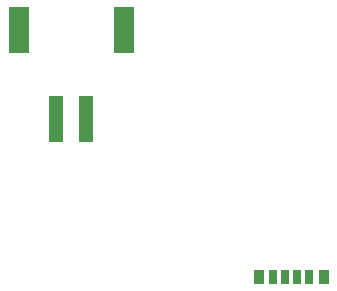
<source format=gbr>
%TF.GenerationSoftware,KiCad,Pcbnew,8.0.2*%
%TF.CreationDate,2024-05-05T16:16:47+08:00*%
%TF.ProjectId,controller,636f6e74-726f-46c6-9c65-722e6b696361,rev?*%
%TF.SameCoordinates,Original*%
%TF.FileFunction,Paste,Bot*%
%TF.FilePolarity,Positive*%
%FSLAX46Y46*%
G04 Gerber Fmt 4.6, Leading zero omitted, Abs format (unit mm)*
G04 Created by KiCad (PCBNEW 8.0.2) date 2024-05-05 16:16:47*
%MOMM*%
%LPD*%
G01*
G04 APERTURE LIST*
%ADD10R,0.900000X1.200000*%
%ADD11R,0.800000X1.200000*%
%ADD12R,0.700000X1.200000*%
%ADD13R,1.800000X3.900000*%
%ADD14R,1.200000X4.000000*%
G04 APERTURE END LIST*
D10*
%TO.C,J1*%
X125750000Y-101120000D03*
D11*
X124520000Y-101120000D03*
D12*
X122500000Y-101120000D03*
D10*
X120250000Y-101120000D03*
D11*
X121480000Y-101120000D03*
D12*
X123500000Y-101120000D03*
%TD*%
D13*
%TO.C,J2*%
X99930000Y-80225000D03*
X108870000Y-80225000D03*
D14*
X105670000Y-87775000D03*
X103130000Y-87775000D03*
%TD*%
M02*

</source>
